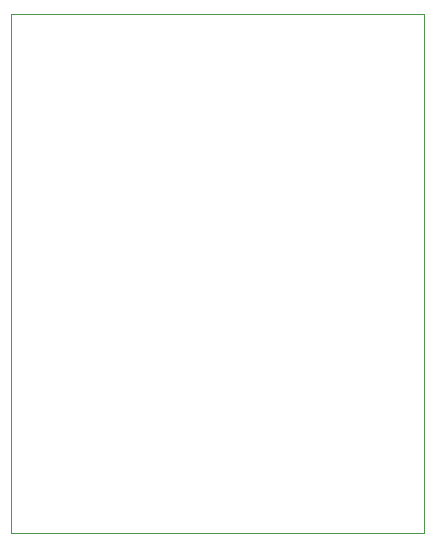
<source format=gbr>
%TF.GenerationSoftware,KiCad,Pcbnew,(6.0.5-0)*%
%TF.CreationDate,2022-06-21T19:00:10+05:30*%
%TF.ProjectId,AM_Receiver_PCB,414d5f52-6563-4656-9976-65725f504342,rev?*%
%TF.SameCoordinates,Original*%
%TF.FileFunction,Profile,NP*%
%FSLAX46Y46*%
G04 Gerber Fmt 4.6, Leading zero omitted, Abs format (unit mm)*
G04 Created by KiCad (PCBNEW (6.0.5-0)) date 2022-06-21 19:00:10*
%MOMM*%
%LPD*%
G01*
G04 APERTURE LIST*
%TA.AperFunction,Profile*%
%ADD10C,0.100000*%
%TD*%
G04 APERTURE END LIST*
D10*
X118000000Y-105000000D02*
X83000000Y-105000000D01*
X83000000Y-105000000D02*
X83000000Y-61000000D01*
X83000000Y-61000000D02*
X118000000Y-61000000D01*
X118000000Y-61000000D02*
X118000000Y-105000000D01*
M02*

</source>
